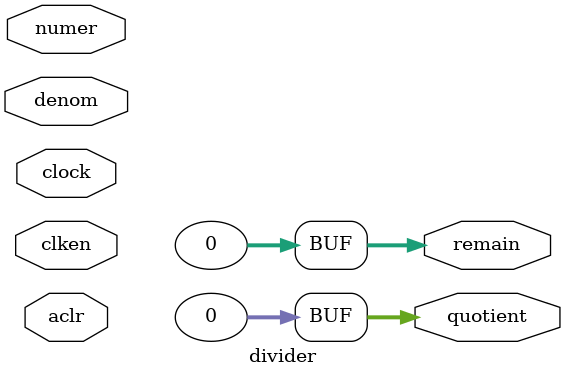
<source format=v>
`timescale 1ns / 1ps
module divider(
    input aclr,
    input clken,
    input clock,
    input [31:0] denom,
    input [31:0] numer,
    output [31:0] quotient,
    output [31:0] remain
    );

/*
div_gen_v3_0 x_div(
  .rfd(), .sclr(aclr), .ce(clken), .clk(clock), .dividend(numer), .quotient(quotient), .divisor(denom), .fractional(remain)
);
*/
assign quotient=32'h0;
assign remain=32'h0;
endmodule

</source>
